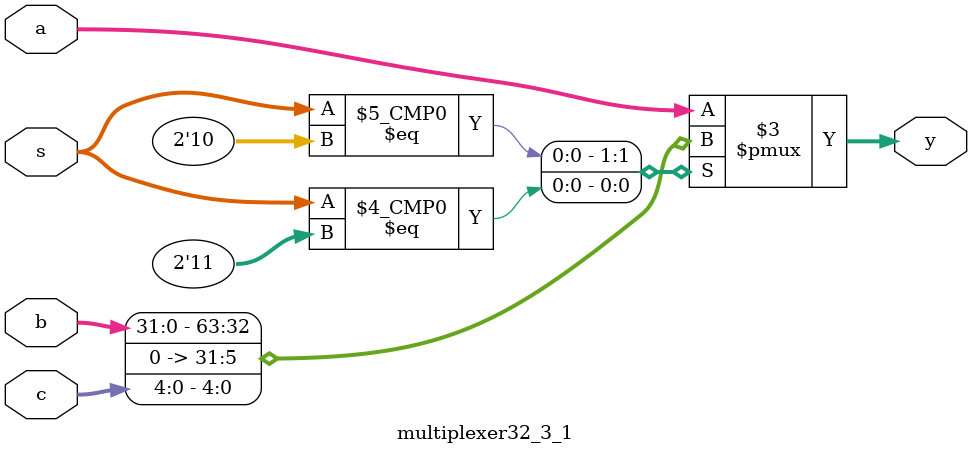
<source format=v>
`timescale 1ns / 1ps


module multiplexer32_3_1(
 input wire[31:0]a,
    input wire[31:0]b,
    input wire[4:0]c,
    input wire[1:0]s,
    output reg[31:0]y
      );
    always@(a,b,c,s)
        begin
            case(s)
                2'b00:y=a;
                2'b10:y=b;
                2'b11:y=c;
                default:y=a;
            endcase
        end  
    
    
endmodule

</source>
